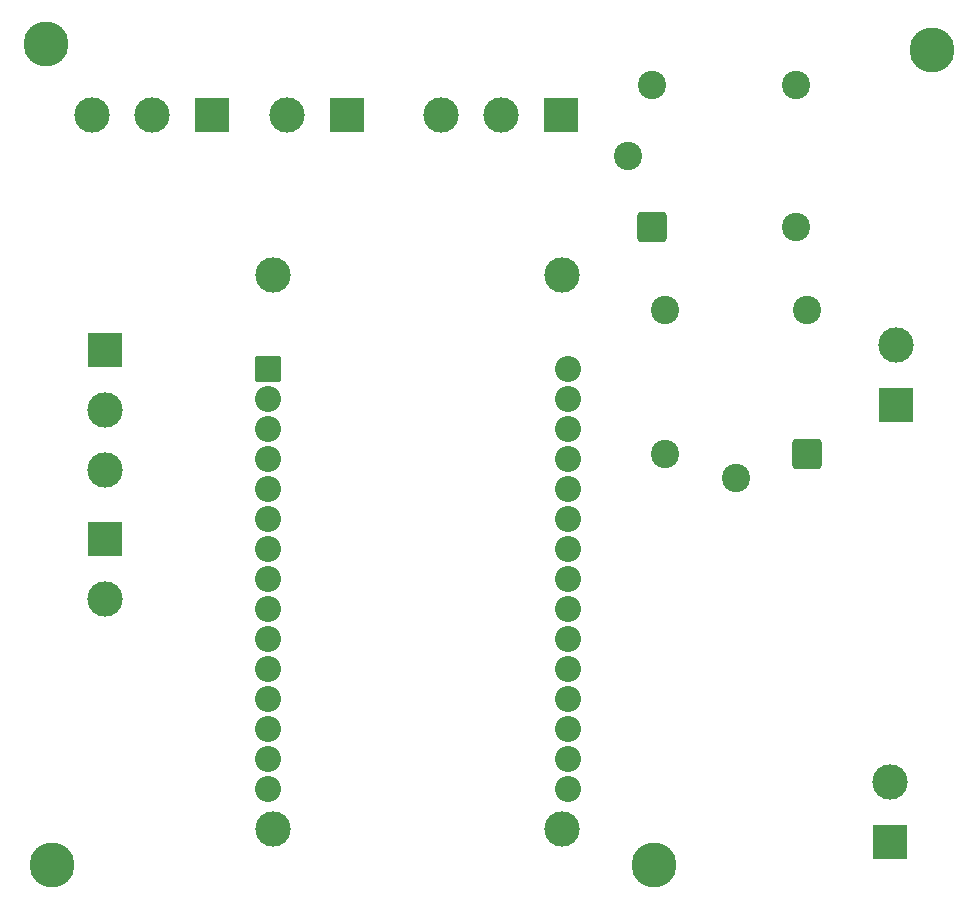
<source format=gbr>
%TF.GenerationSoftware,KiCad,Pcbnew,8.0.2*%
%TF.CreationDate,2025-03-15T23:19:11-04:00*%
%TF.ProjectId,proyecto final,70726f79-6563-4746-9f20-66696e616c2e,rev?*%
%TF.SameCoordinates,Original*%
%TF.FileFunction,Soldermask,Bot*%
%TF.FilePolarity,Negative*%
%FSLAX46Y46*%
G04 Gerber Fmt 4.6, Leading zero omitted, Abs format (unit mm)*
G04 Created by KiCad (PCBNEW 8.0.2) date 2025-03-15 23:19:11*
%MOMM*%
%LPD*%
G01*
G04 APERTURE LIST*
G04 Aperture macros list*
%AMRoundRect*
0 Rectangle with rounded corners*
0 $1 Rounding radius*
0 $2 $3 $4 $5 $6 $7 $8 $9 X,Y pos of 4 corners*
0 Add a 4 corners polygon primitive as box body*
4,1,4,$2,$3,$4,$5,$6,$7,$8,$9,$2,$3,0*
0 Add four circle primitives for the rounded corners*
1,1,$1+$1,$2,$3*
1,1,$1+$1,$4,$5*
1,1,$1+$1,$6,$7*
1,1,$1+$1,$8,$9*
0 Add four rect primitives between the rounded corners*
20,1,$1+$1,$2,$3,$4,$5,0*
20,1,$1+$1,$4,$5,$6,$7,0*
20,1,$1+$1,$6,$7,$8,$9,0*
20,1,$1+$1,$8,$9,$2,$3,0*%
G04 Aperture macros list end*
%ADD10C,3.800000*%
%ADD11R,3.000000X3.000000*%
%ADD12C,3.000000*%
%ADD13RoundRect,0.102000X-1.000000X-1.000000X1.000000X-1.000000X1.000000X1.000000X-1.000000X1.000000X0*%
%ADD14C,2.204000*%
%ADD15C,2.400000*%
%ADD16RoundRect,0.250000X1.000000X-1.000000X1.000000X1.000000X-1.000000X1.000000X-1.000000X-1.000000X0*%
%ADD17RoundRect,0.250000X1.000000X1.000000X-1.000000X1.000000X-1.000000X-1.000000X1.000000X-1.000000X0*%
G04 APERTURE END LIST*
D10*
%TO.C,REF\u002A\u002A*%
X97000000Y-54500000D03*
%TD*%
D11*
%TO.C,J4*%
X140660000Y-60500000D03*
D12*
X135580000Y-60500000D03*
X130500000Y-60500000D03*
%TD*%
D11*
%TO.C,J5*%
X102000000Y-96420000D03*
D12*
X102000000Y-101500000D03*
%TD*%
D11*
%TO.C,J3*%
X111080000Y-60500000D03*
D12*
X106000000Y-60500000D03*
X100920000Y-60500000D03*
%TD*%
D11*
%TO.C,J1*%
X122540000Y-60500000D03*
D12*
X117460000Y-60500000D03*
%TD*%
D11*
%TO.C,J2*%
X102000000Y-80380000D03*
D12*
X102000000Y-85460000D03*
X102000000Y-90540000D03*
%TD*%
D11*
%TO.C,J7*%
X168500000Y-122040000D03*
D12*
X168500000Y-116960000D03*
%TD*%
D11*
%TO.C,J6*%
X169000000Y-85040000D03*
D12*
X169000000Y-79960000D03*
%TD*%
D10*
%TO.C,REF\u002A\u002A*%
X148500000Y-124000000D03*
%TD*%
%TO.C,REF\u002A\u002A*%
X97500000Y-124000000D03*
%TD*%
D12*
%TO.C,U2*%
X116220000Y-74025000D03*
X116220000Y-120975000D03*
X140730000Y-74025000D03*
X140730000Y-120975000D03*
D13*
X115800000Y-81985000D03*
D14*
X115800000Y-84525000D03*
X115800000Y-87065000D03*
X115800000Y-89605000D03*
X115800000Y-92145000D03*
X115800000Y-94685000D03*
X115800000Y-97225000D03*
X115800000Y-99765000D03*
X115800000Y-102305000D03*
X115800000Y-104845000D03*
X115800000Y-107385000D03*
X115800000Y-109925000D03*
X115800000Y-112465000D03*
X115800000Y-115005000D03*
X115800000Y-117545000D03*
X141200000Y-117545000D03*
X141200000Y-115005000D03*
X141200000Y-112465000D03*
X141200000Y-109925000D03*
X141200000Y-107385000D03*
X141200000Y-104845000D03*
X141200000Y-102305000D03*
X141200000Y-99765000D03*
X141200000Y-97225000D03*
X141200000Y-94685000D03*
X141200000Y-92145000D03*
X141200000Y-89605000D03*
X141200000Y-87065000D03*
X141200000Y-84525000D03*
X141200000Y-81985000D03*
%TD*%
D15*
%TO.C,K2*%
X146300000Y-64000000D03*
X160500000Y-58000000D03*
X160500000Y-70000000D03*
D16*
X148300000Y-70000000D03*
D15*
X148300000Y-58000000D03*
%TD*%
%TO.C,K1*%
X155432500Y-91200000D03*
X149432500Y-77000000D03*
X161432500Y-77000000D03*
D17*
X161432500Y-89200000D03*
D15*
X149432500Y-89200000D03*
%TD*%
D10*
%TO.C,REF\u002A\u002A*%
X172000000Y-55000000D03*
%TD*%
M02*

</source>
